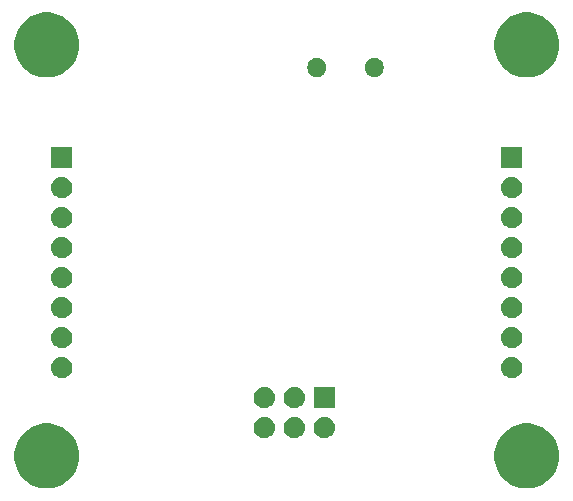
<source format=gbr>
G04 #@! TF.GenerationSoftware,KiCad,Pcbnew,(5.0.2)-1*
G04 #@! TF.CreationDate,2019-01-10T10:17:45+01:00*
G04 #@! TF.ProjectId,ATtiny44_DevBoard,41547469-6e79-4343-945f-446576426f61,rev?*
G04 #@! TF.SameCoordinates,Original*
G04 #@! TF.FileFunction,Soldermask,Bot*
G04 #@! TF.FilePolarity,Negative*
%FSLAX46Y46*%
G04 Gerber Fmt 4.6, Leading zero omitted, Abs format (unit mm)*
G04 Created by KiCad (PCBNEW (5.0.2)-1) date 10/01/2019 10:17:45*
%MOMM*%
%LPD*%
G01*
G04 APERTURE LIST*
%ADD10C,0.100000*%
G04 APERTURE END LIST*
D10*
G36*
X128552693Y-105886859D02*
X128818437Y-105939719D01*
X129319087Y-106147095D01*
X129620697Y-106348625D01*
X129769663Y-106448161D01*
X130152839Y-106831337D01*
X130152841Y-106831340D01*
X130453905Y-107281913D01*
X130661281Y-107782563D01*
X130767000Y-108314050D01*
X130767000Y-108855950D01*
X130661281Y-109387437D01*
X130453905Y-109888087D01*
X130154871Y-110335622D01*
X130152839Y-110338663D01*
X129769663Y-110721839D01*
X129769660Y-110721841D01*
X129319087Y-111022905D01*
X128818437Y-111230281D01*
X128552694Y-111283140D01*
X128286951Y-111336000D01*
X127745049Y-111336000D01*
X127479306Y-111283140D01*
X127213563Y-111230281D01*
X126712913Y-111022905D01*
X126262340Y-110721841D01*
X126262337Y-110721839D01*
X125879161Y-110338663D01*
X125877129Y-110335622D01*
X125578095Y-109888087D01*
X125370719Y-109387437D01*
X125265000Y-108855950D01*
X125265000Y-108314050D01*
X125370719Y-107782563D01*
X125578095Y-107281913D01*
X125879159Y-106831340D01*
X125879161Y-106831337D01*
X126262337Y-106448161D01*
X126411303Y-106348625D01*
X126712913Y-106147095D01*
X127213563Y-105939719D01*
X127479306Y-105886860D01*
X127745049Y-105834000D01*
X128286951Y-105834000D01*
X128552693Y-105886859D01*
X128552693Y-105886859D01*
G37*
G36*
X169192693Y-105886859D02*
X169458437Y-105939719D01*
X169959087Y-106147095D01*
X170260697Y-106348625D01*
X170409663Y-106448161D01*
X170792839Y-106831337D01*
X170792841Y-106831340D01*
X171093905Y-107281913D01*
X171301281Y-107782563D01*
X171407000Y-108314050D01*
X171407000Y-108855950D01*
X171301281Y-109387437D01*
X171093905Y-109888087D01*
X170794871Y-110335622D01*
X170792839Y-110338663D01*
X170409663Y-110721839D01*
X170409660Y-110721841D01*
X169959087Y-111022905D01*
X169458437Y-111230281D01*
X169192694Y-111283140D01*
X168926951Y-111336000D01*
X168385049Y-111336000D01*
X168119306Y-111283140D01*
X167853563Y-111230281D01*
X167352913Y-111022905D01*
X166902340Y-110721841D01*
X166902337Y-110721839D01*
X166519161Y-110338663D01*
X166517129Y-110335622D01*
X166218095Y-109888087D01*
X166010719Y-109387437D01*
X165905000Y-108855950D01*
X165905000Y-108314050D01*
X166010719Y-107782563D01*
X166218095Y-107281913D01*
X166519159Y-106831340D01*
X166519161Y-106831337D01*
X166902337Y-106448161D01*
X167051303Y-106348625D01*
X167352913Y-106147095D01*
X167853563Y-105939719D01*
X168119306Y-105886860D01*
X168385049Y-105834000D01*
X168926951Y-105834000D01*
X169192693Y-105886859D01*
X169192693Y-105886859D01*
G37*
G36*
X149081443Y-105277519D02*
X149147627Y-105284037D01*
X149260853Y-105318384D01*
X149317467Y-105335557D01*
X149456087Y-105409652D01*
X149473991Y-105419222D01*
X149509729Y-105448552D01*
X149611186Y-105531814D01*
X149694448Y-105633271D01*
X149723778Y-105669009D01*
X149723779Y-105669011D01*
X149807443Y-105825533D01*
X149807443Y-105825534D01*
X149858963Y-105995373D01*
X149876359Y-106172000D01*
X149858963Y-106348627D01*
X149828770Y-106448159D01*
X149807443Y-106518467D01*
X149733348Y-106657087D01*
X149723778Y-106674991D01*
X149694448Y-106710729D01*
X149611186Y-106812186D01*
X149509729Y-106895448D01*
X149473991Y-106924778D01*
X149473989Y-106924779D01*
X149317467Y-107008443D01*
X149260853Y-107025616D01*
X149147627Y-107059963D01*
X149081443Y-107066481D01*
X149015260Y-107073000D01*
X148926740Y-107073000D01*
X148860557Y-107066481D01*
X148794373Y-107059963D01*
X148681147Y-107025616D01*
X148624533Y-107008443D01*
X148468011Y-106924779D01*
X148468009Y-106924778D01*
X148432271Y-106895448D01*
X148330814Y-106812186D01*
X148247552Y-106710729D01*
X148218222Y-106674991D01*
X148208652Y-106657087D01*
X148134557Y-106518467D01*
X148113230Y-106448159D01*
X148083037Y-106348627D01*
X148065641Y-106172000D01*
X148083037Y-105995373D01*
X148134557Y-105825534D01*
X148134557Y-105825533D01*
X148218221Y-105669011D01*
X148218222Y-105669009D01*
X148247552Y-105633271D01*
X148330814Y-105531814D01*
X148432271Y-105448552D01*
X148468009Y-105419222D01*
X148485913Y-105409652D01*
X148624533Y-105335557D01*
X148681147Y-105318384D01*
X148794373Y-105284037D01*
X148860557Y-105277519D01*
X148926740Y-105271000D01*
X149015260Y-105271000D01*
X149081443Y-105277519D01*
X149081443Y-105277519D01*
G37*
G36*
X146541443Y-105277519D02*
X146607627Y-105284037D01*
X146720853Y-105318384D01*
X146777467Y-105335557D01*
X146916087Y-105409652D01*
X146933991Y-105419222D01*
X146969729Y-105448552D01*
X147071186Y-105531814D01*
X147154448Y-105633271D01*
X147183778Y-105669009D01*
X147183779Y-105669011D01*
X147267443Y-105825533D01*
X147267443Y-105825534D01*
X147318963Y-105995373D01*
X147336359Y-106172000D01*
X147318963Y-106348627D01*
X147288770Y-106448159D01*
X147267443Y-106518467D01*
X147193348Y-106657087D01*
X147183778Y-106674991D01*
X147154448Y-106710729D01*
X147071186Y-106812186D01*
X146969729Y-106895448D01*
X146933991Y-106924778D01*
X146933989Y-106924779D01*
X146777467Y-107008443D01*
X146720853Y-107025616D01*
X146607627Y-107059963D01*
X146541443Y-107066481D01*
X146475260Y-107073000D01*
X146386740Y-107073000D01*
X146320557Y-107066481D01*
X146254373Y-107059963D01*
X146141147Y-107025616D01*
X146084533Y-107008443D01*
X145928011Y-106924779D01*
X145928009Y-106924778D01*
X145892271Y-106895448D01*
X145790814Y-106812186D01*
X145707552Y-106710729D01*
X145678222Y-106674991D01*
X145668652Y-106657087D01*
X145594557Y-106518467D01*
X145573230Y-106448159D01*
X145543037Y-106348627D01*
X145525641Y-106172000D01*
X145543037Y-105995373D01*
X145594557Y-105825534D01*
X145594557Y-105825533D01*
X145678221Y-105669011D01*
X145678222Y-105669009D01*
X145707552Y-105633271D01*
X145790814Y-105531814D01*
X145892271Y-105448552D01*
X145928009Y-105419222D01*
X145945913Y-105409652D01*
X146084533Y-105335557D01*
X146141147Y-105318384D01*
X146254373Y-105284037D01*
X146320557Y-105277519D01*
X146386740Y-105271000D01*
X146475260Y-105271000D01*
X146541443Y-105277519D01*
X146541443Y-105277519D01*
G37*
G36*
X151621443Y-105277519D02*
X151687627Y-105284037D01*
X151800853Y-105318384D01*
X151857467Y-105335557D01*
X151996087Y-105409652D01*
X152013991Y-105419222D01*
X152049729Y-105448552D01*
X152151186Y-105531814D01*
X152234448Y-105633271D01*
X152263778Y-105669009D01*
X152263779Y-105669011D01*
X152347443Y-105825533D01*
X152347443Y-105825534D01*
X152398963Y-105995373D01*
X152416359Y-106172000D01*
X152398963Y-106348627D01*
X152368770Y-106448159D01*
X152347443Y-106518467D01*
X152273348Y-106657087D01*
X152263778Y-106674991D01*
X152234448Y-106710729D01*
X152151186Y-106812186D01*
X152049729Y-106895448D01*
X152013991Y-106924778D01*
X152013989Y-106924779D01*
X151857467Y-107008443D01*
X151800853Y-107025616D01*
X151687627Y-107059963D01*
X151621443Y-107066481D01*
X151555260Y-107073000D01*
X151466740Y-107073000D01*
X151400557Y-107066481D01*
X151334373Y-107059963D01*
X151221147Y-107025616D01*
X151164533Y-107008443D01*
X151008011Y-106924779D01*
X151008009Y-106924778D01*
X150972271Y-106895448D01*
X150870814Y-106812186D01*
X150787552Y-106710729D01*
X150758222Y-106674991D01*
X150748652Y-106657087D01*
X150674557Y-106518467D01*
X150653230Y-106448159D01*
X150623037Y-106348627D01*
X150605641Y-106172000D01*
X150623037Y-105995373D01*
X150674557Y-105825534D01*
X150674557Y-105825533D01*
X150758221Y-105669011D01*
X150758222Y-105669009D01*
X150787552Y-105633271D01*
X150870814Y-105531814D01*
X150972271Y-105448552D01*
X151008009Y-105419222D01*
X151025913Y-105409652D01*
X151164533Y-105335557D01*
X151221147Y-105318384D01*
X151334373Y-105284037D01*
X151400557Y-105277519D01*
X151466740Y-105271000D01*
X151555260Y-105271000D01*
X151621443Y-105277519D01*
X151621443Y-105277519D01*
G37*
G36*
X152412000Y-104533000D02*
X150610000Y-104533000D01*
X150610000Y-102731000D01*
X152412000Y-102731000D01*
X152412000Y-104533000D01*
X152412000Y-104533000D01*
G37*
G36*
X149081443Y-102737519D02*
X149147627Y-102744037D01*
X149260853Y-102778384D01*
X149317467Y-102795557D01*
X149456087Y-102869652D01*
X149473991Y-102879222D01*
X149509729Y-102908552D01*
X149611186Y-102991814D01*
X149694448Y-103093271D01*
X149723778Y-103129009D01*
X149723779Y-103129011D01*
X149807443Y-103285533D01*
X149807443Y-103285534D01*
X149858963Y-103455373D01*
X149876359Y-103632000D01*
X149858963Y-103808627D01*
X149824616Y-103921853D01*
X149807443Y-103978467D01*
X149733348Y-104117087D01*
X149723778Y-104134991D01*
X149694448Y-104170729D01*
X149611186Y-104272186D01*
X149509729Y-104355448D01*
X149473991Y-104384778D01*
X149473989Y-104384779D01*
X149317467Y-104468443D01*
X149260853Y-104485616D01*
X149147627Y-104519963D01*
X149081443Y-104526481D01*
X149015260Y-104533000D01*
X148926740Y-104533000D01*
X148860557Y-104526481D01*
X148794373Y-104519963D01*
X148681147Y-104485616D01*
X148624533Y-104468443D01*
X148468011Y-104384779D01*
X148468009Y-104384778D01*
X148432271Y-104355448D01*
X148330814Y-104272186D01*
X148247552Y-104170729D01*
X148218222Y-104134991D01*
X148208652Y-104117087D01*
X148134557Y-103978467D01*
X148117384Y-103921853D01*
X148083037Y-103808627D01*
X148065641Y-103632000D01*
X148083037Y-103455373D01*
X148134557Y-103285534D01*
X148134557Y-103285533D01*
X148218221Y-103129011D01*
X148218222Y-103129009D01*
X148247552Y-103093271D01*
X148330814Y-102991814D01*
X148432271Y-102908552D01*
X148468009Y-102879222D01*
X148485913Y-102869652D01*
X148624533Y-102795557D01*
X148681147Y-102778384D01*
X148794373Y-102744037D01*
X148860557Y-102737519D01*
X148926740Y-102731000D01*
X149015260Y-102731000D01*
X149081443Y-102737519D01*
X149081443Y-102737519D01*
G37*
G36*
X146541443Y-102737519D02*
X146607627Y-102744037D01*
X146720853Y-102778384D01*
X146777467Y-102795557D01*
X146916087Y-102869652D01*
X146933991Y-102879222D01*
X146969729Y-102908552D01*
X147071186Y-102991814D01*
X147154448Y-103093271D01*
X147183778Y-103129009D01*
X147183779Y-103129011D01*
X147267443Y-103285533D01*
X147267443Y-103285534D01*
X147318963Y-103455373D01*
X147336359Y-103632000D01*
X147318963Y-103808627D01*
X147284616Y-103921853D01*
X147267443Y-103978467D01*
X147193348Y-104117087D01*
X147183778Y-104134991D01*
X147154448Y-104170729D01*
X147071186Y-104272186D01*
X146969729Y-104355448D01*
X146933991Y-104384778D01*
X146933989Y-104384779D01*
X146777467Y-104468443D01*
X146720853Y-104485616D01*
X146607627Y-104519963D01*
X146541443Y-104526481D01*
X146475260Y-104533000D01*
X146386740Y-104533000D01*
X146320557Y-104526481D01*
X146254373Y-104519963D01*
X146141147Y-104485616D01*
X146084533Y-104468443D01*
X145928011Y-104384779D01*
X145928009Y-104384778D01*
X145892271Y-104355448D01*
X145790814Y-104272186D01*
X145707552Y-104170729D01*
X145678222Y-104134991D01*
X145668652Y-104117087D01*
X145594557Y-103978467D01*
X145577384Y-103921853D01*
X145543037Y-103808627D01*
X145525641Y-103632000D01*
X145543037Y-103455373D01*
X145594557Y-103285534D01*
X145594557Y-103285533D01*
X145678221Y-103129011D01*
X145678222Y-103129009D01*
X145707552Y-103093271D01*
X145790814Y-102991814D01*
X145892271Y-102908552D01*
X145928009Y-102879222D01*
X145945913Y-102869652D01*
X146084533Y-102795557D01*
X146141147Y-102778384D01*
X146254373Y-102744037D01*
X146320557Y-102737519D01*
X146386740Y-102731000D01*
X146475260Y-102731000D01*
X146541443Y-102737519D01*
X146541443Y-102737519D01*
G37*
G36*
X129396442Y-100197518D02*
X129462627Y-100204037D01*
X129575853Y-100238384D01*
X129632467Y-100255557D01*
X129771087Y-100329652D01*
X129788991Y-100339222D01*
X129824729Y-100368552D01*
X129926186Y-100451814D01*
X130009448Y-100553271D01*
X130038778Y-100589009D01*
X130038779Y-100589011D01*
X130122443Y-100745533D01*
X130122443Y-100745534D01*
X130173963Y-100915373D01*
X130191359Y-101092000D01*
X130173963Y-101268627D01*
X130139616Y-101381853D01*
X130122443Y-101438467D01*
X130048348Y-101577087D01*
X130038778Y-101594991D01*
X130009448Y-101630729D01*
X129926186Y-101732186D01*
X129824729Y-101815448D01*
X129788991Y-101844778D01*
X129788989Y-101844779D01*
X129632467Y-101928443D01*
X129575853Y-101945616D01*
X129462627Y-101979963D01*
X129396442Y-101986482D01*
X129330260Y-101993000D01*
X129241740Y-101993000D01*
X129175558Y-101986482D01*
X129109373Y-101979963D01*
X128996147Y-101945616D01*
X128939533Y-101928443D01*
X128783011Y-101844779D01*
X128783009Y-101844778D01*
X128747271Y-101815448D01*
X128645814Y-101732186D01*
X128562552Y-101630729D01*
X128533222Y-101594991D01*
X128523652Y-101577087D01*
X128449557Y-101438467D01*
X128432384Y-101381853D01*
X128398037Y-101268627D01*
X128380641Y-101092000D01*
X128398037Y-100915373D01*
X128449557Y-100745534D01*
X128449557Y-100745533D01*
X128533221Y-100589011D01*
X128533222Y-100589009D01*
X128562552Y-100553271D01*
X128645814Y-100451814D01*
X128747271Y-100368552D01*
X128783009Y-100339222D01*
X128800913Y-100329652D01*
X128939533Y-100255557D01*
X128996147Y-100238384D01*
X129109373Y-100204037D01*
X129175558Y-100197518D01*
X129241740Y-100191000D01*
X129330260Y-100191000D01*
X129396442Y-100197518D01*
X129396442Y-100197518D01*
G37*
G36*
X167496442Y-100197518D02*
X167562627Y-100204037D01*
X167675853Y-100238384D01*
X167732467Y-100255557D01*
X167871087Y-100329652D01*
X167888991Y-100339222D01*
X167924729Y-100368552D01*
X168026186Y-100451814D01*
X168109448Y-100553271D01*
X168138778Y-100589009D01*
X168138779Y-100589011D01*
X168222443Y-100745533D01*
X168222443Y-100745534D01*
X168273963Y-100915373D01*
X168291359Y-101092000D01*
X168273963Y-101268627D01*
X168239616Y-101381853D01*
X168222443Y-101438467D01*
X168148348Y-101577087D01*
X168138778Y-101594991D01*
X168109448Y-101630729D01*
X168026186Y-101732186D01*
X167924729Y-101815448D01*
X167888991Y-101844778D01*
X167888989Y-101844779D01*
X167732467Y-101928443D01*
X167675853Y-101945616D01*
X167562627Y-101979963D01*
X167496442Y-101986482D01*
X167430260Y-101993000D01*
X167341740Y-101993000D01*
X167275558Y-101986482D01*
X167209373Y-101979963D01*
X167096147Y-101945616D01*
X167039533Y-101928443D01*
X166883011Y-101844779D01*
X166883009Y-101844778D01*
X166847271Y-101815448D01*
X166745814Y-101732186D01*
X166662552Y-101630729D01*
X166633222Y-101594991D01*
X166623652Y-101577087D01*
X166549557Y-101438467D01*
X166532384Y-101381853D01*
X166498037Y-101268627D01*
X166480641Y-101092000D01*
X166498037Y-100915373D01*
X166549557Y-100745534D01*
X166549557Y-100745533D01*
X166633221Y-100589011D01*
X166633222Y-100589009D01*
X166662552Y-100553271D01*
X166745814Y-100451814D01*
X166847271Y-100368552D01*
X166883009Y-100339222D01*
X166900913Y-100329652D01*
X167039533Y-100255557D01*
X167096147Y-100238384D01*
X167209373Y-100204037D01*
X167275558Y-100197518D01*
X167341740Y-100191000D01*
X167430260Y-100191000D01*
X167496442Y-100197518D01*
X167496442Y-100197518D01*
G37*
G36*
X167496443Y-97657519D02*
X167562627Y-97664037D01*
X167675853Y-97698384D01*
X167732467Y-97715557D01*
X167871087Y-97789652D01*
X167888991Y-97799222D01*
X167924729Y-97828552D01*
X168026186Y-97911814D01*
X168109448Y-98013271D01*
X168138778Y-98049009D01*
X168138779Y-98049011D01*
X168222443Y-98205533D01*
X168222443Y-98205534D01*
X168273963Y-98375373D01*
X168291359Y-98552000D01*
X168273963Y-98728627D01*
X168239616Y-98841853D01*
X168222443Y-98898467D01*
X168148348Y-99037087D01*
X168138778Y-99054991D01*
X168109448Y-99090729D01*
X168026186Y-99192186D01*
X167924729Y-99275448D01*
X167888991Y-99304778D01*
X167888989Y-99304779D01*
X167732467Y-99388443D01*
X167675853Y-99405616D01*
X167562627Y-99439963D01*
X167496443Y-99446481D01*
X167430260Y-99453000D01*
X167341740Y-99453000D01*
X167275557Y-99446481D01*
X167209373Y-99439963D01*
X167096147Y-99405616D01*
X167039533Y-99388443D01*
X166883011Y-99304779D01*
X166883009Y-99304778D01*
X166847271Y-99275448D01*
X166745814Y-99192186D01*
X166662552Y-99090729D01*
X166633222Y-99054991D01*
X166623652Y-99037087D01*
X166549557Y-98898467D01*
X166532384Y-98841853D01*
X166498037Y-98728627D01*
X166480641Y-98552000D01*
X166498037Y-98375373D01*
X166549557Y-98205534D01*
X166549557Y-98205533D01*
X166633221Y-98049011D01*
X166633222Y-98049009D01*
X166662552Y-98013271D01*
X166745814Y-97911814D01*
X166847271Y-97828552D01*
X166883009Y-97799222D01*
X166900913Y-97789652D01*
X167039533Y-97715557D01*
X167096147Y-97698384D01*
X167209373Y-97664037D01*
X167275557Y-97657519D01*
X167341740Y-97651000D01*
X167430260Y-97651000D01*
X167496443Y-97657519D01*
X167496443Y-97657519D01*
G37*
G36*
X129396443Y-97657519D02*
X129462627Y-97664037D01*
X129575853Y-97698384D01*
X129632467Y-97715557D01*
X129771087Y-97789652D01*
X129788991Y-97799222D01*
X129824729Y-97828552D01*
X129926186Y-97911814D01*
X130009448Y-98013271D01*
X130038778Y-98049009D01*
X130038779Y-98049011D01*
X130122443Y-98205533D01*
X130122443Y-98205534D01*
X130173963Y-98375373D01*
X130191359Y-98552000D01*
X130173963Y-98728627D01*
X130139616Y-98841853D01*
X130122443Y-98898467D01*
X130048348Y-99037087D01*
X130038778Y-99054991D01*
X130009448Y-99090729D01*
X129926186Y-99192186D01*
X129824729Y-99275448D01*
X129788991Y-99304778D01*
X129788989Y-99304779D01*
X129632467Y-99388443D01*
X129575853Y-99405616D01*
X129462627Y-99439963D01*
X129396443Y-99446481D01*
X129330260Y-99453000D01*
X129241740Y-99453000D01*
X129175557Y-99446481D01*
X129109373Y-99439963D01*
X128996147Y-99405616D01*
X128939533Y-99388443D01*
X128783011Y-99304779D01*
X128783009Y-99304778D01*
X128747271Y-99275448D01*
X128645814Y-99192186D01*
X128562552Y-99090729D01*
X128533222Y-99054991D01*
X128523652Y-99037087D01*
X128449557Y-98898467D01*
X128432384Y-98841853D01*
X128398037Y-98728627D01*
X128380641Y-98552000D01*
X128398037Y-98375373D01*
X128449557Y-98205534D01*
X128449557Y-98205533D01*
X128533221Y-98049011D01*
X128533222Y-98049009D01*
X128562552Y-98013271D01*
X128645814Y-97911814D01*
X128747271Y-97828552D01*
X128783009Y-97799222D01*
X128800913Y-97789652D01*
X128939533Y-97715557D01*
X128996147Y-97698384D01*
X129109373Y-97664037D01*
X129175557Y-97657519D01*
X129241740Y-97651000D01*
X129330260Y-97651000D01*
X129396443Y-97657519D01*
X129396443Y-97657519D01*
G37*
G36*
X167496442Y-95117518D02*
X167562627Y-95124037D01*
X167675853Y-95158384D01*
X167732467Y-95175557D01*
X167871087Y-95249652D01*
X167888991Y-95259222D01*
X167924729Y-95288552D01*
X168026186Y-95371814D01*
X168109448Y-95473271D01*
X168138778Y-95509009D01*
X168138779Y-95509011D01*
X168222443Y-95665533D01*
X168222443Y-95665534D01*
X168273963Y-95835373D01*
X168291359Y-96012000D01*
X168273963Y-96188627D01*
X168239616Y-96301853D01*
X168222443Y-96358467D01*
X168148348Y-96497087D01*
X168138778Y-96514991D01*
X168109448Y-96550729D01*
X168026186Y-96652186D01*
X167924729Y-96735448D01*
X167888991Y-96764778D01*
X167888989Y-96764779D01*
X167732467Y-96848443D01*
X167675853Y-96865616D01*
X167562627Y-96899963D01*
X167496443Y-96906481D01*
X167430260Y-96913000D01*
X167341740Y-96913000D01*
X167275557Y-96906481D01*
X167209373Y-96899963D01*
X167096147Y-96865616D01*
X167039533Y-96848443D01*
X166883011Y-96764779D01*
X166883009Y-96764778D01*
X166847271Y-96735448D01*
X166745814Y-96652186D01*
X166662552Y-96550729D01*
X166633222Y-96514991D01*
X166623652Y-96497087D01*
X166549557Y-96358467D01*
X166532384Y-96301853D01*
X166498037Y-96188627D01*
X166480641Y-96012000D01*
X166498037Y-95835373D01*
X166549557Y-95665534D01*
X166549557Y-95665533D01*
X166633221Y-95509011D01*
X166633222Y-95509009D01*
X166662552Y-95473271D01*
X166745814Y-95371814D01*
X166847271Y-95288552D01*
X166883009Y-95259222D01*
X166900913Y-95249652D01*
X167039533Y-95175557D01*
X167096147Y-95158384D01*
X167209373Y-95124037D01*
X167275558Y-95117518D01*
X167341740Y-95111000D01*
X167430260Y-95111000D01*
X167496442Y-95117518D01*
X167496442Y-95117518D01*
G37*
G36*
X129396442Y-95117518D02*
X129462627Y-95124037D01*
X129575853Y-95158384D01*
X129632467Y-95175557D01*
X129771087Y-95249652D01*
X129788991Y-95259222D01*
X129824729Y-95288552D01*
X129926186Y-95371814D01*
X130009448Y-95473271D01*
X130038778Y-95509009D01*
X130038779Y-95509011D01*
X130122443Y-95665533D01*
X130122443Y-95665534D01*
X130173963Y-95835373D01*
X130191359Y-96012000D01*
X130173963Y-96188627D01*
X130139616Y-96301853D01*
X130122443Y-96358467D01*
X130048348Y-96497087D01*
X130038778Y-96514991D01*
X130009448Y-96550729D01*
X129926186Y-96652186D01*
X129824729Y-96735448D01*
X129788991Y-96764778D01*
X129788989Y-96764779D01*
X129632467Y-96848443D01*
X129575853Y-96865616D01*
X129462627Y-96899963D01*
X129396443Y-96906481D01*
X129330260Y-96913000D01*
X129241740Y-96913000D01*
X129175557Y-96906481D01*
X129109373Y-96899963D01*
X128996147Y-96865616D01*
X128939533Y-96848443D01*
X128783011Y-96764779D01*
X128783009Y-96764778D01*
X128747271Y-96735448D01*
X128645814Y-96652186D01*
X128562552Y-96550729D01*
X128533222Y-96514991D01*
X128523652Y-96497087D01*
X128449557Y-96358467D01*
X128432384Y-96301853D01*
X128398037Y-96188627D01*
X128380641Y-96012000D01*
X128398037Y-95835373D01*
X128449557Y-95665534D01*
X128449557Y-95665533D01*
X128533221Y-95509011D01*
X128533222Y-95509009D01*
X128562552Y-95473271D01*
X128645814Y-95371814D01*
X128747271Y-95288552D01*
X128783009Y-95259222D01*
X128800913Y-95249652D01*
X128939533Y-95175557D01*
X128996147Y-95158384D01*
X129109373Y-95124037D01*
X129175558Y-95117518D01*
X129241740Y-95111000D01*
X129330260Y-95111000D01*
X129396442Y-95117518D01*
X129396442Y-95117518D01*
G37*
G36*
X129396443Y-92577519D02*
X129462627Y-92584037D01*
X129575853Y-92618384D01*
X129632467Y-92635557D01*
X129771087Y-92709652D01*
X129788991Y-92719222D01*
X129824729Y-92748552D01*
X129926186Y-92831814D01*
X130009448Y-92933271D01*
X130038778Y-92969009D01*
X130038779Y-92969011D01*
X130122443Y-93125533D01*
X130122443Y-93125534D01*
X130173963Y-93295373D01*
X130191359Y-93472000D01*
X130173963Y-93648627D01*
X130139616Y-93761853D01*
X130122443Y-93818467D01*
X130048348Y-93957087D01*
X130038778Y-93974991D01*
X130009448Y-94010729D01*
X129926186Y-94112186D01*
X129824729Y-94195448D01*
X129788991Y-94224778D01*
X129788989Y-94224779D01*
X129632467Y-94308443D01*
X129575853Y-94325616D01*
X129462627Y-94359963D01*
X129396443Y-94366481D01*
X129330260Y-94373000D01*
X129241740Y-94373000D01*
X129175557Y-94366481D01*
X129109373Y-94359963D01*
X128996147Y-94325616D01*
X128939533Y-94308443D01*
X128783011Y-94224779D01*
X128783009Y-94224778D01*
X128747271Y-94195448D01*
X128645814Y-94112186D01*
X128562552Y-94010729D01*
X128533222Y-93974991D01*
X128523652Y-93957087D01*
X128449557Y-93818467D01*
X128432384Y-93761853D01*
X128398037Y-93648627D01*
X128380641Y-93472000D01*
X128398037Y-93295373D01*
X128449557Y-93125534D01*
X128449557Y-93125533D01*
X128533221Y-92969011D01*
X128533222Y-92969009D01*
X128562552Y-92933271D01*
X128645814Y-92831814D01*
X128747271Y-92748552D01*
X128783009Y-92719222D01*
X128800913Y-92709652D01*
X128939533Y-92635557D01*
X128996147Y-92618384D01*
X129109373Y-92584037D01*
X129175557Y-92577519D01*
X129241740Y-92571000D01*
X129330260Y-92571000D01*
X129396443Y-92577519D01*
X129396443Y-92577519D01*
G37*
G36*
X167496443Y-92577519D02*
X167562627Y-92584037D01*
X167675853Y-92618384D01*
X167732467Y-92635557D01*
X167871087Y-92709652D01*
X167888991Y-92719222D01*
X167924729Y-92748552D01*
X168026186Y-92831814D01*
X168109448Y-92933271D01*
X168138778Y-92969009D01*
X168138779Y-92969011D01*
X168222443Y-93125533D01*
X168222443Y-93125534D01*
X168273963Y-93295373D01*
X168291359Y-93472000D01*
X168273963Y-93648627D01*
X168239616Y-93761853D01*
X168222443Y-93818467D01*
X168148348Y-93957087D01*
X168138778Y-93974991D01*
X168109448Y-94010729D01*
X168026186Y-94112186D01*
X167924729Y-94195448D01*
X167888991Y-94224778D01*
X167888989Y-94224779D01*
X167732467Y-94308443D01*
X167675853Y-94325616D01*
X167562627Y-94359963D01*
X167496443Y-94366481D01*
X167430260Y-94373000D01*
X167341740Y-94373000D01*
X167275557Y-94366481D01*
X167209373Y-94359963D01*
X167096147Y-94325616D01*
X167039533Y-94308443D01*
X166883011Y-94224779D01*
X166883009Y-94224778D01*
X166847271Y-94195448D01*
X166745814Y-94112186D01*
X166662552Y-94010729D01*
X166633222Y-93974991D01*
X166623652Y-93957087D01*
X166549557Y-93818467D01*
X166532384Y-93761853D01*
X166498037Y-93648627D01*
X166480641Y-93472000D01*
X166498037Y-93295373D01*
X166549557Y-93125534D01*
X166549557Y-93125533D01*
X166633221Y-92969011D01*
X166633222Y-92969009D01*
X166662552Y-92933271D01*
X166745814Y-92831814D01*
X166847271Y-92748552D01*
X166883009Y-92719222D01*
X166900913Y-92709652D01*
X167039533Y-92635557D01*
X167096147Y-92618384D01*
X167209373Y-92584037D01*
X167275558Y-92577518D01*
X167341740Y-92571000D01*
X167430260Y-92571000D01*
X167496443Y-92577519D01*
X167496443Y-92577519D01*
G37*
G36*
X129396442Y-90037518D02*
X129462627Y-90044037D01*
X129575853Y-90078384D01*
X129632467Y-90095557D01*
X129771087Y-90169652D01*
X129788991Y-90179222D01*
X129824729Y-90208552D01*
X129926186Y-90291814D01*
X130009448Y-90393271D01*
X130038778Y-90429009D01*
X130038779Y-90429011D01*
X130122443Y-90585533D01*
X130122443Y-90585534D01*
X130173963Y-90755373D01*
X130191359Y-90932000D01*
X130173963Y-91108627D01*
X130139616Y-91221853D01*
X130122443Y-91278467D01*
X130048348Y-91417087D01*
X130038778Y-91434991D01*
X130009448Y-91470729D01*
X129926186Y-91572186D01*
X129824729Y-91655448D01*
X129788991Y-91684778D01*
X129788989Y-91684779D01*
X129632467Y-91768443D01*
X129575853Y-91785616D01*
X129462627Y-91819963D01*
X129396442Y-91826482D01*
X129330260Y-91833000D01*
X129241740Y-91833000D01*
X129175558Y-91826482D01*
X129109373Y-91819963D01*
X128996147Y-91785616D01*
X128939533Y-91768443D01*
X128783011Y-91684779D01*
X128783009Y-91684778D01*
X128747271Y-91655448D01*
X128645814Y-91572186D01*
X128562552Y-91470729D01*
X128533222Y-91434991D01*
X128523652Y-91417087D01*
X128449557Y-91278467D01*
X128432384Y-91221853D01*
X128398037Y-91108627D01*
X128380641Y-90932000D01*
X128398037Y-90755373D01*
X128449557Y-90585534D01*
X128449557Y-90585533D01*
X128533221Y-90429011D01*
X128533222Y-90429009D01*
X128562552Y-90393271D01*
X128645814Y-90291814D01*
X128747271Y-90208552D01*
X128783009Y-90179222D01*
X128800913Y-90169652D01*
X128939533Y-90095557D01*
X128996147Y-90078384D01*
X129109373Y-90044037D01*
X129175558Y-90037518D01*
X129241740Y-90031000D01*
X129330260Y-90031000D01*
X129396442Y-90037518D01*
X129396442Y-90037518D01*
G37*
G36*
X167496442Y-90037518D02*
X167562627Y-90044037D01*
X167675853Y-90078384D01*
X167732467Y-90095557D01*
X167871087Y-90169652D01*
X167888991Y-90179222D01*
X167924729Y-90208552D01*
X168026186Y-90291814D01*
X168109448Y-90393271D01*
X168138778Y-90429009D01*
X168138779Y-90429011D01*
X168222443Y-90585533D01*
X168222443Y-90585534D01*
X168273963Y-90755373D01*
X168291359Y-90932000D01*
X168273963Y-91108627D01*
X168239616Y-91221853D01*
X168222443Y-91278467D01*
X168148348Y-91417087D01*
X168138778Y-91434991D01*
X168109448Y-91470729D01*
X168026186Y-91572186D01*
X167924729Y-91655448D01*
X167888991Y-91684778D01*
X167888989Y-91684779D01*
X167732467Y-91768443D01*
X167675853Y-91785616D01*
X167562627Y-91819963D01*
X167496442Y-91826482D01*
X167430260Y-91833000D01*
X167341740Y-91833000D01*
X167275558Y-91826482D01*
X167209373Y-91819963D01*
X167096147Y-91785616D01*
X167039533Y-91768443D01*
X166883011Y-91684779D01*
X166883009Y-91684778D01*
X166847271Y-91655448D01*
X166745814Y-91572186D01*
X166662552Y-91470729D01*
X166633222Y-91434991D01*
X166623652Y-91417087D01*
X166549557Y-91278467D01*
X166532384Y-91221853D01*
X166498037Y-91108627D01*
X166480641Y-90932000D01*
X166498037Y-90755373D01*
X166549557Y-90585534D01*
X166549557Y-90585533D01*
X166633221Y-90429011D01*
X166633222Y-90429009D01*
X166662552Y-90393271D01*
X166745814Y-90291814D01*
X166847271Y-90208552D01*
X166883009Y-90179222D01*
X166900913Y-90169652D01*
X167039533Y-90095557D01*
X167096147Y-90078384D01*
X167209373Y-90044037D01*
X167275558Y-90037518D01*
X167341740Y-90031000D01*
X167430260Y-90031000D01*
X167496442Y-90037518D01*
X167496442Y-90037518D01*
G37*
G36*
X167496443Y-87497519D02*
X167562627Y-87504037D01*
X167675853Y-87538384D01*
X167732467Y-87555557D01*
X167871087Y-87629652D01*
X167888991Y-87639222D01*
X167924729Y-87668552D01*
X168026186Y-87751814D01*
X168109448Y-87853271D01*
X168138778Y-87889009D01*
X168138779Y-87889011D01*
X168222443Y-88045533D01*
X168222443Y-88045534D01*
X168273963Y-88215373D01*
X168291359Y-88392000D01*
X168273963Y-88568627D01*
X168239616Y-88681853D01*
X168222443Y-88738467D01*
X168148348Y-88877087D01*
X168138778Y-88894991D01*
X168109448Y-88930729D01*
X168026186Y-89032186D01*
X167924729Y-89115448D01*
X167888991Y-89144778D01*
X167888989Y-89144779D01*
X167732467Y-89228443D01*
X167675853Y-89245616D01*
X167562627Y-89279963D01*
X167496443Y-89286481D01*
X167430260Y-89293000D01*
X167341740Y-89293000D01*
X167275557Y-89286481D01*
X167209373Y-89279963D01*
X167096147Y-89245616D01*
X167039533Y-89228443D01*
X166883011Y-89144779D01*
X166883009Y-89144778D01*
X166847271Y-89115448D01*
X166745814Y-89032186D01*
X166662552Y-88930729D01*
X166633222Y-88894991D01*
X166623652Y-88877087D01*
X166549557Y-88738467D01*
X166532384Y-88681853D01*
X166498037Y-88568627D01*
X166480641Y-88392000D01*
X166498037Y-88215373D01*
X166549557Y-88045534D01*
X166549557Y-88045533D01*
X166633221Y-87889011D01*
X166633222Y-87889009D01*
X166662552Y-87853271D01*
X166745814Y-87751814D01*
X166847271Y-87668552D01*
X166883009Y-87639222D01*
X166900913Y-87629652D01*
X167039533Y-87555557D01*
X167096147Y-87538384D01*
X167209373Y-87504037D01*
X167275557Y-87497519D01*
X167341740Y-87491000D01*
X167430260Y-87491000D01*
X167496443Y-87497519D01*
X167496443Y-87497519D01*
G37*
G36*
X129396443Y-87497519D02*
X129462627Y-87504037D01*
X129575853Y-87538384D01*
X129632467Y-87555557D01*
X129771087Y-87629652D01*
X129788991Y-87639222D01*
X129824729Y-87668552D01*
X129926186Y-87751814D01*
X130009448Y-87853271D01*
X130038778Y-87889009D01*
X130038779Y-87889011D01*
X130122443Y-88045533D01*
X130122443Y-88045534D01*
X130173963Y-88215373D01*
X130191359Y-88392000D01*
X130173963Y-88568627D01*
X130139616Y-88681853D01*
X130122443Y-88738467D01*
X130048348Y-88877087D01*
X130038778Y-88894991D01*
X130009448Y-88930729D01*
X129926186Y-89032186D01*
X129824729Y-89115448D01*
X129788991Y-89144778D01*
X129788989Y-89144779D01*
X129632467Y-89228443D01*
X129575853Y-89245616D01*
X129462627Y-89279963D01*
X129396443Y-89286481D01*
X129330260Y-89293000D01*
X129241740Y-89293000D01*
X129175557Y-89286481D01*
X129109373Y-89279963D01*
X128996147Y-89245616D01*
X128939533Y-89228443D01*
X128783011Y-89144779D01*
X128783009Y-89144778D01*
X128747271Y-89115448D01*
X128645814Y-89032186D01*
X128562552Y-88930729D01*
X128533222Y-88894991D01*
X128523652Y-88877087D01*
X128449557Y-88738467D01*
X128432384Y-88681853D01*
X128398037Y-88568627D01*
X128380641Y-88392000D01*
X128398037Y-88215373D01*
X128449557Y-88045534D01*
X128449557Y-88045533D01*
X128533221Y-87889011D01*
X128533222Y-87889009D01*
X128562552Y-87853271D01*
X128645814Y-87751814D01*
X128747271Y-87668552D01*
X128783009Y-87639222D01*
X128800913Y-87629652D01*
X128939533Y-87555557D01*
X128996147Y-87538384D01*
X129109373Y-87504037D01*
X129175557Y-87497519D01*
X129241740Y-87491000D01*
X129330260Y-87491000D01*
X129396443Y-87497519D01*
X129396443Y-87497519D01*
G37*
G36*
X129396442Y-84957518D02*
X129462627Y-84964037D01*
X129575853Y-84998384D01*
X129632467Y-85015557D01*
X129771087Y-85089652D01*
X129788991Y-85099222D01*
X129824729Y-85128552D01*
X129926186Y-85211814D01*
X130009448Y-85313271D01*
X130038778Y-85349009D01*
X130038779Y-85349011D01*
X130122443Y-85505533D01*
X130122443Y-85505534D01*
X130173963Y-85675373D01*
X130191359Y-85852000D01*
X130173963Y-86028627D01*
X130139616Y-86141853D01*
X130122443Y-86198467D01*
X130048348Y-86337087D01*
X130038778Y-86354991D01*
X130009448Y-86390729D01*
X129926186Y-86492186D01*
X129824729Y-86575448D01*
X129788991Y-86604778D01*
X129788989Y-86604779D01*
X129632467Y-86688443D01*
X129575853Y-86705616D01*
X129462627Y-86739963D01*
X129396443Y-86746481D01*
X129330260Y-86753000D01*
X129241740Y-86753000D01*
X129175557Y-86746481D01*
X129109373Y-86739963D01*
X128996147Y-86705616D01*
X128939533Y-86688443D01*
X128783011Y-86604779D01*
X128783009Y-86604778D01*
X128747271Y-86575448D01*
X128645814Y-86492186D01*
X128562552Y-86390729D01*
X128533222Y-86354991D01*
X128523652Y-86337087D01*
X128449557Y-86198467D01*
X128432384Y-86141853D01*
X128398037Y-86028627D01*
X128380641Y-85852000D01*
X128398037Y-85675373D01*
X128449557Y-85505534D01*
X128449557Y-85505533D01*
X128533221Y-85349011D01*
X128533222Y-85349009D01*
X128562552Y-85313271D01*
X128645814Y-85211814D01*
X128747271Y-85128552D01*
X128783009Y-85099222D01*
X128800913Y-85089652D01*
X128939533Y-85015557D01*
X128996147Y-84998384D01*
X129109373Y-84964037D01*
X129175558Y-84957518D01*
X129241740Y-84951000D01*
X129330260Y-84951000D01*
X129396442Y-84957518D01*
X129396442Y-84957518D01*
G37*
G36*
X167496442Y-84957518D02*
X167562627Y-84964037D01*
X167675853Y-84998384D01*
X167732467Y-85015557D01*
X167871087Y-85089652D01*
X167888991Y-85099222D01*
X167924729Y-85128552D01*
X168026186Y-85211814D01*
X168109448Y-85313271D01*
X168138778Y-85349009D01*
X168138779Y-85349011D01*
X168222443Y-85505533D01*
X168222443Y-85505534D01*
X168273963Y-85675373D01*
X168291359Y-85852000D01*
X168273963Y-86028627D01*
X168239616Y-86141853D01*
X168222443Y-86198467D01*
X168148348Y-86337087D01*
X168138778Y-86354991D01*
X168109448Y-86390729D01*
X168026186Y-86492186D01*
X167924729Y-86575448D01*
X167888991Y-86604778D01*
X167888989Y-86604779D01*
X167732467Y-86688443D01*
X167675853Y-86705616D01*
X167562627Y-86739963D01*
X167496443Y-86746481D01*
X167430260Y-86753000D01*
X167341740Y-86753000D01*
X167275557Y-86746481D01*
X167209373Y-86739963D01*
X167096147Y-86705616D01*
X167039533Y-86688443D01*
X166883011Y-86604779D01*
X166883009Y-86604778D01*
X166847271Y-86575448D01*
X166745814Y-86492186D01*
X166662552Y-86390729D01*
X166633222Y-86354991D01*
X166623652Y-86337087D01*
X166549557Y-86198467D01*
X166532384Y-86141853D01*
X166498037Y-86028627D01*
X166480641Y-85852000D01*
X166498037Y-85675373D01*
X166549557Y-85505534D01*
X166549557Y-85505533D01*
X166633221Y-85349011D01*
X166633222Y-85349009D01*
X166662552Y-85313271D01*
X166745814Y-85211814D01*
X166847271Y-85128552D01*
X166883009Y-85099222D01*
X166900913Y-85089652D01*
X167039533Y-85015557D01*
X167096147Y-84998384D01*
X167209373Y-84964037D01*
X167275558Y-84957518D01*
X167341740Y-84951000D01*
X167430260Y-84951000D01*
X167496442Y-84957518D01*
X167496442Y-84957518D01*
G37*
G36*
X130187000Y-84213000D02*
X128385000Y-84213000D01*
X128385000Y-82411000D01*
X130187000Y-82411000D01*
X130187000Y-84213000D01*
X130187000Y-84213000D01*
G37*
G36*
X168287000Y-84213000D02*
X166485000Y-84213000D01*
X166485000Y-82411000D01*
X168287000Y-82411000D01*
X168287000Y-84213000D01*
X168287000Y-84213000D01*
G37*
G36*
X169192693Y-71088859D02*
X169458437Y-71141719D01*
X169959087Y-71349095D01*
X170406622Y-71648129D01*
X170409663Y-71650161D01*
X170792839Y-72033337D01*
X170792841Y-72033340D01*
X171093905Y-72483913D01*
X171301281Y-72984563D01*
X171407000Y-73516050D01*
X171407000Y-74057950D01*
X171301281Y-74589437D01*
X171093905Y-75090087D01*
X170945237Y-75312584D01*
X170792839Y-75540663D01*
X170409663Y-75923839D01*
X170409660Y-75923841D01*
X169959087Y-76224905D01*
X169458437Y-76432281D01*
X169307933Y-76462218D01*
X168926951Y-76538000D01*
X168385049Y-76538000D01*
X168004067Y-76462218D01*
X167853563Y-76432281D01*
X167352913Y-76224905D01*
X166902340Y-75923841D01*
X166902337Y-75923839D01*
X166519161Y-75540663D01*
X166366763Y-75312584D01*
X166218095Y-75090087D01*
X166010719Y-74589437D01*
X165905000Y-74057950D01*
X165905000Y-73516050D01*
X166010719Y-72984563D01*
X166218095Y-72483913D01*
X166519159Y-72033340D01*
X166519161Y-72033337D01*
X166902337Y-71650161D01*
X166905378Y-71648129D01*
X167352913Y-71349095D01*
X167853563Y-71141719D01*
X168119307Y-71088859D01*
X168385049Y-71036000D01*
X168926951Y-71036000D01*
X169192693Y-71088859D01*
X169192693Y-71088859D01*
G37*
G36*
X128552693Y-71088859D02*
X128818437Y-71141719D01*
X129319087Y-71349095D01*
X129766622Y-71648129D01*
X129769663Y-71650161D01*
X130152839Y-72033337D01*
X130152841Y-72033340D01*
X130453905Y-72483913D01*
X130661281Y-72984563D01*
X130767000Y-73516050D01*
X130767000Y-74057950D01*
X130661281Y-74589437D01*
X130453905Y-75090087D01*
X130305237Y-75312584D01*
X130152839Y-75540663D01*
X129769663Y-75923839D01*
X129769660Y-75923841D01*
X129319087Y-76224905D01*
X128818437Y-76432281D01*
X128667933Y-76462218D01*
X128286951Y-76538000D01*
X127745049Y-76538000D01*
X127364067Y-76462218D01*
X127213563Y-76432281D01*
X126712913Y-76224905D01*
X126262340Y-75923841D01*
X126262337Y-75923839D01*
X125879161Y-75540663D01*
X125726763Y-75312584D01*
X125578095Y-75090087D01*
X125370719Y-74589437D01*
X125265000Y-74057950D01*
X125265000Y-73516050D01*
X125370719Y-72984563D01*
X125578095Y-72483913D01*
X125879159Y-72033340D01*
X125879161Y-72033337D01*
X126262337Y-71650161D01*
X126265378Y-71648129D01*
X126712913Y-71349095D01*
X127213563Y-71141719D01*
X127479307Y-71088859D01*
X127745049Y-71036000D01*
X128286951Y-71036000D01*
X128552693Y-71088859D01*
X128552693Y-71088859D01*
G37*
G36*
X155989643Y-74921781D02*
X156135415Y-74982162D01*
X156266611Y-75069824D01*
X156378176Y-75181389D01*
X156465838Y-75312585D01*
X156526219Y-75458357D01*
X156557000Y-75613107D01*
X156557000Y-75770893D01*
X156526219Y-75925643D01*
X156465838Y-76071415D01*
X156378176Y-76202611D01*
X156266611Y-76314176D01*
X156135415Y-76401838D01*
X155989643Y-76462219D01*
X155834893Y-76493000D01*
X155677107Y-76493000D01*
X155522357Y-76462219D01*
X155376585Y-76401838D01*
X155245389Y-76314176D01*
X155133824Y-76202611D01*
X155046162Y-76071415D01*
X154985781Y-75925643D01*
X154955000Y-75770893D01*
X154955000Y-75613107D01*
X154985781Y-75458357D01*
X155046162Y-75312585D01*
X155133824Y-75181389D01*
X155245389Y-75069824D01*
X155376585Y-74982162D01*
X155522357Y-74921781D01*
X155677107Y-74891000D01*
X155834893Y-74891000D01*
X155989643Y-74921781D01*
X155989643Y-74921781D01*
G37*
G36*
X151109643Y-74921781D02*
X151255415Y-74982162D01*
X151386611Y-75069824D01*
X151498176Y-75181389D01*
X151585838Y-75312585D01*
X151646219Y-75458357D01*
X151677000Y-75613107D01*
X151677000Y-75770893D01*
X151646219Y-75925643D01*
X151585838Y-76071415D01*
X151498176Y-76202611D01*
X151386611Y-76314176D01*
X151255415Y-76401838D01*
X151109643Y-76462219D01*
X150954893Y-76493000D01*
X150797107Y-76493000D01*
X150642357Y-76462219D01*
X150496585Y-76401838D01*
X150365389Y-76314176D01*
X150253824Y-76202611D01*
X150166162Y-76071415D01*
X150105781Y-75925643D01*
X150075000Y-75770893D01*
X150075000Y-75613107D01*
X150105781Y-75458357D01*
X150166162Y-75312585D01*
X150253824Y-75181389D01*
X150365389Y-75069824D01*
X150496585Y-74982162D01*
X150642357Y-74921781D01*
X150797107Y-74891000D01*
X150954893Y-74891000D01*
X151109643Y-74921781D01*
X151109643Y-74921781D01*
G37*
M02*

</source>
